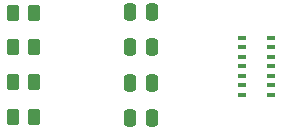
<source format=gbr>
%TF.GenerationSoftware,KiCad,Pcbnew,9.0.3*%
%TF.CreationDate,2025-08-02T21:47:09-04:00*%
%TF.ProjectId,hermes,6865726d-6573-42e6-9b69-6361645f7063,rev?*%
%TF.SameCoordinates,Original*%
%TF.FileFunction,Paste,Top*%
%TF.FilePolarity,Positive*%
%FSLAX46Y46*%
G04 Gerber Fmt 4.6, Leading zero omitted, Abs format (unit mm)*
G04 Created by KiCad (PCBNEW 9.0.3) date 2025-08-02 21:47:09*
%MOMM*%
%LPD*%
G01*
G04 APERTURE LIST*
G04 Aperture macros list*
%AMRoundRect*
0 Rectangle with rounded corners*
0 $1 Rounding radius*
0 $2 $3 $4 $5 $6 $7 $8 $9 X,Y pos of 4 corners*
0 Add a 4 corners polygon primitive as box body*
4,1,4,$2,$3,$4,$5,$6,$7,$8,$9,$2,$3,0*
0 Add four circle primitives for the rounded corners*
1,1,$1+$1,$2,$3*
1,1,$1+$1,$4,$5*
1,1,$1+$1,$6,$7*
1,1,$1+$1,$8,$9*
0 Add four rect primitives between the rounded corners*
20,1,$1+$1,$2,$3,$4,$5,0*
20,1,$1+$1,$4,$5,$6,$7,0*
20,1,$1+$1,$6,$7,$8,$9,0*
20,1,$1+$1,$8,$9,$2,$3,0*%
G04 Aperture macros list end*
%ADD10RoundRect,0.250000X-0.262500X-0.450000X0.262500X-0.450000X0.262500X0.450000X-0.262500X0.450000X0*%
%ADD11RoundRect,0.250000X-0.250000X-0.475000X0.250000X-0.475000X0.250000X0.475000X-0.250000X0.475000X0*%
%ADD12RoundRect,0.087500X-0.287500X-0.087500X0.287500X-0.087500X0.287500X0.087500X-0.287500X0.087500X0*%
G04 APERTURE END LIST*
D10*
%TO.C,R5*%
X163675000Y-84450000D03*
X165500000Y-84450000D03*
%TD*%
%TO.C,R1*%
X163675000Y-78550000D03*
X165500000Y-78550000D03*
%TD*%
D11*
%TO.C,C6*%
X173600000Y-87500000D03*
X175500000Y-87500000D03*
%TD*%
D10*
%TO.C,R6*%
X163675000Y-87400000D03*
X165500000Y-87400000D03*
%TD*%
D11*
%TO.C,C2*%
X173600000Y-81480000D03*
X175500000Y-81480000D03*
%TD*%
%TO.C,C5*%
X173600000Y-84490000D03*
X175500000Y-84490000D03*
%TD*%
D12*
%TO.C,U2*%
X183100000Y-80700000D03*
X183100000Y-81500000D03*
X183100000Y-82300000D03*
X183100000Y-83100000D03*
X183100000Y-83900000D03*
X183100000Y-84700000D03*
X183100000Y-85500000D03*
X185500000Y-85500000D03*
X185500000Y-84700000D03*
X185500000Y-83900000D03*
X185500000Y-83100000D03*
X185500000Y-82300000D03*
X185500000Y-81500000D03*
X185500000Y-80700000D03*
%TD*%
D11*
%TO.C,C1*%
X173600000Y-78470000D03*
X175500000Y-78470000D03*
%TD*%
D10*
%TO.C,R2*%
X163675000Y-81500000D03*
X165500000Y-81500000D03*
%TD*%
M02*

</source>
